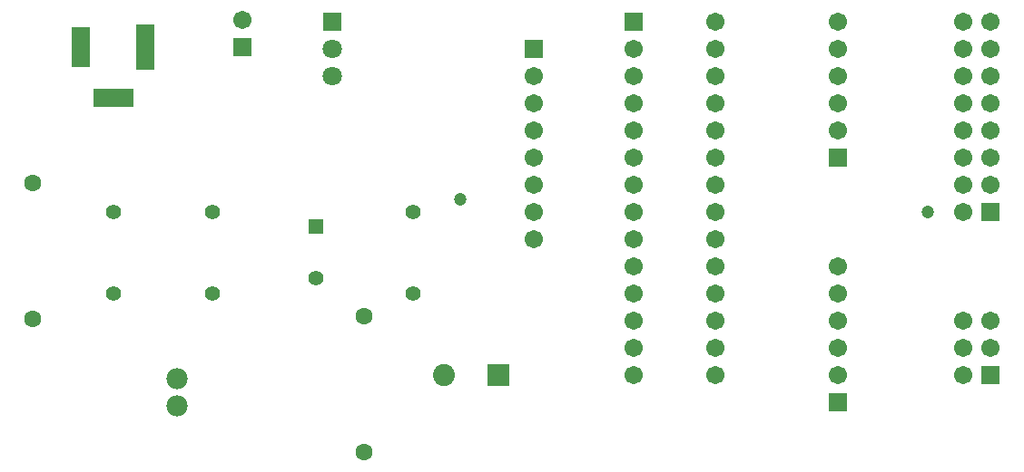
<source format=gbs>
G04*
G04 #@! TF.GenerationSoftware,Altium Limited,Altium Designer,22.8.2 (66)*
G04*
G04 Layer_Color=16711935*
%FSLAX25Y25*%
%MOIN*%
G70*
G04*
G04 #@! TF.SameCoordinates,91317C4C-2BB6-42C2-B401-94DFDD073F52*
G04*
G04*
G04 #@! TF.FilePolarity,Negative*
G04*
G01*
G75*
%ADD22C,0.07800*%
%ADD23C,0.06312*%
%ADD24R,0.08083X0.08083*%
%ADD25C,0.08083*%
%ADD26C,0.05524*%
%ADD27R,0.05524X0.05524*%
%ADD28R,0.07099X0.07099*%
%ADD29C,0.07099*%
%ADD30R,0.06706X0.06706*%
%ADD31C,0.06706*%
%ADD32R,0.06706X0.06706*%
%ADD33R,0.06706X0.16548*%
%ADD34R,0.06706X0.14580*%
%ADD35R,0.14580X0.06706*%
%ADD36C,0.04737*%
D22*
X77500Y59500D02*
D03*
Y69500D02*
D03*
D23*
X146000Y92500D02*
D03*
Y42500D02*
D03*
X24500Y91500D02*
D03*
Y141500D02*
D03*
D24*
X195500Y71000D02*
D03*
D25*
X175500D02*
D03*
D26*
X128500Y106394D02*
D03*
X54000Y101000D02*
D03*
Y131000D02*
D03*
X90500D02*
D03*
Y101000D02*
D03*
X164000D02*
D03*
Y131000D02*
D03*
D27*
X128500Y125606D02*
D03*
D28*
X134500Y201000D02*
D03*
D29*
Y191000D02*
D03*
Y181000D02*
D03*
D30*
X245000Y201000D02*
D03*
D31*
Y191000D02*
D03*
Y181000D02*
D03*
Y171000D02*
D03*
Y161000D02*
D03*
Y151000D02*
D03*
Y141000D02*
D03*
Y131000D02*
D03*
Y121000D02*
D03*
Y111000D02*
D03*
Y101000D02*
D03*
Y91000D02*
D03*
Y81000D02*
D03*
Y71000D02*
D03*
X275000Y201000D02*
D03*
Y191000D02*
D03*
Y181000D02*
D03*
Y171000D02*
D03*
Y161000D02*
D03*
Y151000D02*
D03*
Y141000D02*
D03*
Y131000D02*
D03*
Y121000D02*
D03*
Y111000D02*
D03*
Y101000D02*
D03*
Y91000D02*
D03*
Y81000D02*
D03*
Y71000D02*
D03*
X208500Y181000D02*
D03*
Y171000D02*
D03*
Y161000D02*
D03*
Y151000D02*
D03*
Y141000D02*
D03*
Y131000D02*
D03*
Y121000D02*
D03*
X366000Y201000D02*
D03*
X376000D02*
D03*
X366000Y191000D02*
D03*
X376000D02*
D03*
X366000Y181000D02*
D03*
X376000D02*
D03*
X366000Y171000D02*
D03*
X376000D02*
D03*
X366000Y161000D02*
D03*
X376000D02*
D03*
X366000Y151000D02*
D03*
X376000D02*
D03*
X366000Y141000D02*
D03*
X376000D02*
D03*
X366000Y131000D02*
D03*
X320000Y111000D02*
D03*
Y101000D02*
D03*
Y91000D02*
D03*
Y81000D02*
D03*
Y71000D02*
D03*
Y201000D02*
D03*
Y191000D02*
D03*
Y181000D02*
D03*
Y171000D02*
D03*
Y161000D02*
D03*
X366000Y91000D02*
D03*
X376000D02*
D03*
X366000Y81000D02*
D03*
X376000D02*
D03*
X366000Y71000D02*
D03*
X101500Y201500D02*
D03*
D32*
X208500Y191000D02*
D03*
X376000Y131000D02*
D03*
X320000Y61000D02*
D03*
Y151000D02*
D03*
X376000Y71000D02*
D03*
X101500Y191500D02*
D03*
D33*
X65811D02*
D03*
D34*
X42189D02*
D03*
D35*
X54000Y172996D02*
D03*
D36*
X181500Y135500D02*
D03*
X353000Y131000D02*
D03*
M02*

</source>
